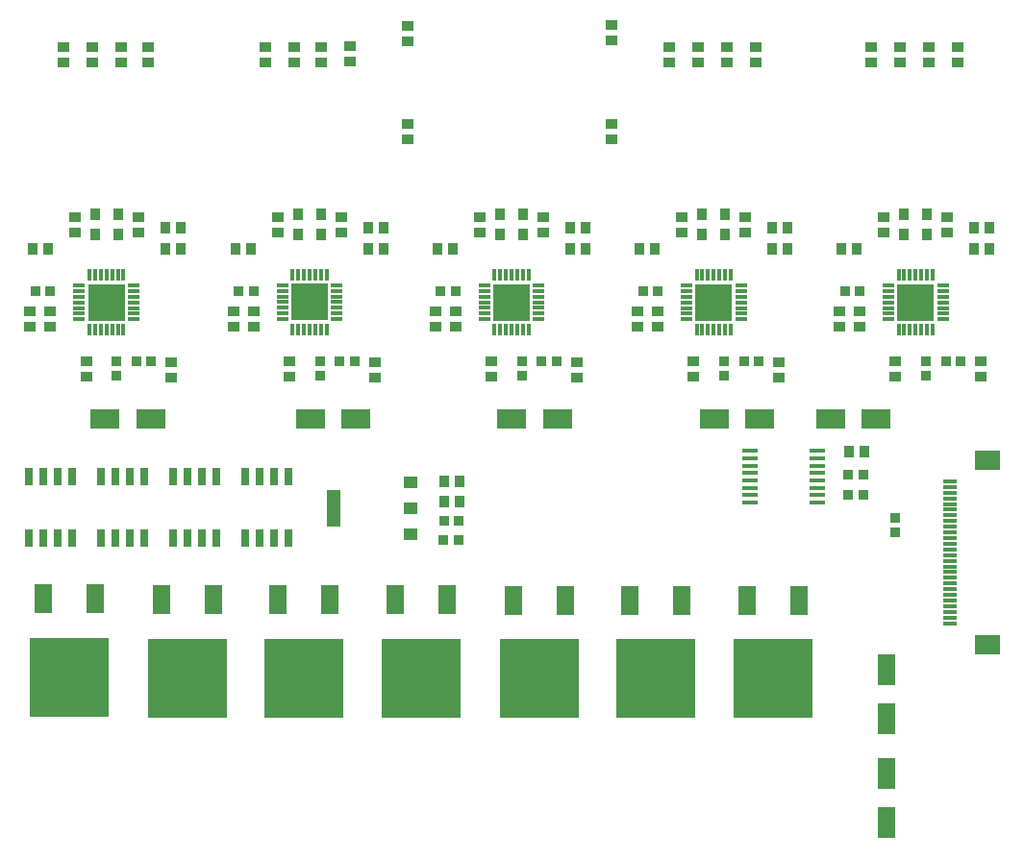
<source format=gtp>
G04*
G04 #@! TF.GenerationSoftware,Altium Limited,Altium Designer,23.3.1 (30)*
G04*
G04 Layer_Color=8421504*
%FSLAX25Y25*%
%MOIN*%
G70*
G04*
G04 #@! TF.SameCoordinates,D820F0C6-32BC-4761-972E-96396E6F3E69*
G04*
G04*
G04 #@! TF.FilePolarity,Positive*
G04*
G01*
G75*
%ADD15R,0.08661X0.07087*%
%ADD16R,0.05118X0.01181*%
%ADD17R,0.05807X0.01772*%
%ADD18R,0.03937X0.01181*%
%ADD19R,0.01181X0.03937*%
%ADD20R,0.12598X0.12598*%
%ADD21R,0.03347X0.03740*%
%ADD22R,0.03740X0.03347*%
%ADD23R,0.03543X0.03937*%
%ADD24R,0.03937X0.03543*%
%ADD25R,0.09843X0.06693*%
%ADD26R,0.04724X0.03937*%
%ADD27R,0.04724X0.12992*%
%ADD28R,0.05906X0.09843*%
%ADD29R,0.27559X0.27559*%
%ADD30R,0.02559X0.06004*%
%ADD31R,0.06299X0.11024*%
D15*
X593295Y281382D02*
D03*
Y217209D02*
D03*
D16*
X580500Y273902D02*
D03*
Y271933D02*
D03*
Y269965D02*
D03*
Y267996D02*
D03*
Y266028D02*
D03*
Y264059D02*
D03*
Y262091D02*
D03*
Y260122D02*
D03*
Y258154D02*
D03*
Y256185D02*
D03*
Y254217D02*
D03*
Y252248D02*
D03*
Y250279D02*
D03*
Y248311D02*
D03*
Y246342D02*
D03*
Y244374D02*
D03*
Y242406D02*
D03*
Y240437D02*
D03*
Y238469D02*
D03*
Y236500D02*
D03*
Y234531D02*
D03*
Y232563D02*
D03*
Y230594D02*
D03*
Y228626D02*
D03*
Y226658D02*
D03*
Y224689D02*
D03*
D17*
X534267Y284457D02*
D03*
Y281898D02*
D03*
Y279339D02*
D03*
Y276780D02*
D03*
Y274220D02*
D03*
Y271661D02*
D03*
Y269102D02*
D03*
Y266543D02*
D03*
X511133D02*
D03*
Y269102D02*
D03*
Y271661D02*
D03*
Y274220D02*
D03*
Y276780D02*
D03*
Y279339D02*
D03*
Y281898D02*
D03*
Y284457D02*
D03*
D18*
X278551Y341905D02*
D03*
Y339937D02*
D03*
Y337968D02*
D03*
Y336000D02*
D03*
Y334032D02*
D03*
Y332063D02*
D03*
Y330095D02*
D03*
X297449D02*
D03*
Y332063D02*
D03*
Y334032D02*
D03*
Y336000D02*
D03*
Y337968D02*
D03*
Y339937D02*
D03*
Y341905D02*
D03*
X577949D02*
D03*
Y339937D02*
D03*
Y337968D02*
D03*
Y336000D02*
D03*
Y334032D02*
D03*
Y332063D02*
D03*
Y330095D02*
D03*
X559051D02*
D03*
Y332063D02*
D03*
Y334032D02*
D03*
Y336000D02*
D03*
Y337968D02*
D03*
Y339937D02*
D03*
Y341905D02*
D03*
X507949D02*
D03*
Y339937D02*
D03*
Y337968D02*
D03*
Y336000D02*
D03*
Y334032D02*
D03*
Y332063D02*
D03*
Y330095D02*
D03*
X489051D02*
D03*
Y332063D02*
D03*
Y334032D02*
D03*
Y336000D02*
D03*
Y337968D02*
D03*
Y339937D02*
D03*
Y341905D02*
D03*
X437898Y341937D02*
D03*
Y339968D02*
D03*
Y338000D02*
D03*
Y336032D02*
D03*
Y334063D02*
D03*
Y332095D02*
D03*
Y330126D02*
D03*
X419000D02*
D03*
Y332095D02*
D03*
Y334063D02*
D03*
Y336032D02*
D03*
Y338000D02*
D03*
Y339968D02*
D03*
Y341937D02*
D03*
X367898Y341968D02*
D03*
Y340000D02*
D03*
Y338032D02*
D03*
Y336063D02*
D03*
Y334095D02*
D03*
Y332126D02*
D03*
Y330157D02*
D03*
X349000D02*
D03*
Y332126D02*
D03*
Y334095D02*
D03*
Y336063D02*
D03*
Y338032D02*
D03*
Y340000D02*
D03*
Y341968D02*
D03*
D19*
X282095Y326551D02*
D03*
X284063D02*
D03*
X286032D02*
D03*
X288000D02*
D03*
X289968D02*
D03*
X291937D02*
D03*
X293905D02*
D03*
Y345449D02*
D03*
X291937D02*
D03*
X289968D02*
D03*
X288000D02*
D03*
X286032D02*
D03*
X284063D02*
D03*
X282095D02*
D03*
X562595D02*
D03*
X564563D02*
D03*
X566532D02*
D03*
X568500D02*
D03*
X570469D02*
D03*
X572437D02*
D03*
X574405D02*
D03*
Y326551D02*
D03*
X572437D02*
D03*
X570469D02*
D03*
X568500D02*
D03*
X566532D02*
D03*
X564563D02*
D03*
X562595D02*
D03*
X492594Y345449D02*
D03*
X494563D02*
D03*
X496531D02*
D03*
X498500D02*
D03*
X500468D02*
D03*
X502437D02*
D03*
X504405D02*
D03*
Y326551D02*
D03*
X502437D02*
D03*
X500468D02*
D03*
X498500D02*
D03*
X496531D02*
D03*
X494563D02*
D03*
X492594D02*
D03*
X422543Y345480D02*
D03*
X424512D02*
D03*
X426480D02*
D03*
X428449D02*
D03*
X430417D02*
D03*
X432386D02*
D03*
X434354D02*
D03*
Y326583D02*
D03*
X432386D02*
D03*
X430417D02*
D03*
X428449D02*
D03*
X426480D02*
D03*
X424512D02*
D03*
X422543D02*
D03*
X352543Y345512D02*
D03*
X354512D02*
D03*
X356480D02*
D03*
X358449D02*
D03*
X360417D02*
D03*
X362386D02*
D03*
X364354D02*
D03*
Y326614D02*
D03*
X362386D02*
D03*
X360417D02*
D03*
X358449D02*
D03*
X356480D02*
D03*
X354512D02*
D03*
X352543D02*
D03*
D20*
X288000Y336000D02*
D03*
X358449Y336063D02*
D03*
X568500Y336000D02*
D03*
X498500D02*
D03*
X428449Y336032D02*
D03*
D21*
X303559Y315449D02*
D03*
X298441D02*
D03*
X268559Y339949D02*
D03*
X263441D02*
D03*
X543941Y339949D02*
D03*
X549059D02*
D03*
X578941Y315449D02*
D03*
X584059D02*
D03*
X508941D02*
D03*
X514059D02*
D03*
X473941Y339949D02*
D03*
X479059D02*
D03*
X444008Y315480D02*
D03*
X438890D02*
D03*
X403890Y339980D02*
D03*
X409008D02*
D03*
X368890Y315512D02*
D03*
X374008D02*
D03*
X333890Y340012D02*
D03*
X339008D02*
D03*
X545241Y276300D02*
D03*
X550359D02*
D03*
X545241Y269200D02*
D03*
X550359D02*
D03*
X410059Y260300D02*
D03*
X404941D02*
D03*
X410018Y253500D02*
D03*
X404900D02*
D03*
D22*
X291500Y310390D02*
D03*
Y315508D02*
D03*
X572000Y315508D02*
D03*
Y310390D02*
D03*
X502000Y315508D02*
D03*
Y310390D02*
D03*
X431949Y315539D02*
D03*
Y310421D02*
D03*
X361949Y315571D02*
D03*
Y310453D02*
D03*
X561500Y261218D02*
D03*
Y256100D02*
D03*
D23*
X292000Y359449D02*
D03*
Y366535D02*
D03*
X284000Y359449D02*
D03*
Y366535D02*
D03*
X262343Y354449D02*
D03*
X267657D02*
D03*
X313657D02*
D03*
X308343D02*
D03*
Y361949D02*
D03*
X313657D02*
D03*
X545442Y284100D02*
D03*
X550758D02*
D03*
X588842Y354449D02*
D03*
X594158D02*
D03*
Y361949D02*
D03*
X588842D02*
D03*
X548158Y354449D02*
D03*
X542842D02*
D03*
X564500Y366535D02*
D03*
Y359449D02*
D03*
X572500Y366535D02*
D03*
Y359449D02*
D03*
X518843Y354449D02*
D03*
X524157D02*
D03*
X502500Y366535D02*
D03*
Y359449D02*
D03*
X494500Y366535D02*
D03*
Y359449D02*
D03*
X478158Y354449D02*
D03*
X472843D02*
D03*
X524157Y361949D02*
D03*
X518843D02*
D03*
X432449Y366567D02*
D03*
Y359480D02*
D03*
X424449Y366567D02*
D03*
Y359480D02*
D03*
X408106Y354480D02*
D03*
X402791D02*
D03*
X448791D02*
D03*
X454106D02*
D03*
Y361980D02*
D03*
X448791D02*
D03*
X362449Y366598D02*
D03*
Y359512D02*
D03*
X354449Y366598D02*
D03*
Y359512D02*
D03*
X338106Y354512D02*
D03*
X332791D02*
D03*
X378791D02*
D03*
X384106D02*
D03*
Y362012D02*
D03*
X378791D02*
D03*
X410558Y273800D02*
D03*
X405242D02*
D03*
X410558Y267000D02*
D03*
X405242D02*
D03*
D24*
X281000Y310134D02*
D03*
Y315449D02*
D03*
X261500Y332949D02*
D03*
Y327634D02*
D03*
X268500Y332949D02*
D03*
Y327634D02*
D03*
X299000Y360134D02*
D03*
Y365449D02*
D03*
X277000Y360291D02*
D03*
Y365606D02*
D03*
X310500Y315158D02*
D03*
Y309842D02*
D03*
X549000Y327634D02*
D03*
Y332949D02*
D03*
X542000Y327634D02*
D03*
Y332949D02*
D03*
X557500Y365606D02*
D03*
Y360291D02*
D03*
X579500Y365449D02*
D03*
Y360134D02*
D03*
X591000Y315500D02*
D03*
Y310185D02*
D03*
X561500Y315449D02*
D03*
Y310134D02*
D03*
X479000Y327634D02*
D03*
Y332949D02*
D03*
X472000Y327634D02*
D03*
Y332949D02*
D03*
X491500Y315449D02*
D03*
Y310134D02*
D03*
X521000Y315315D02*
D03*
Y310000D02*
D03*
X509500Y365449D02*
D03*
Y360134D02*
D03*
X487500Y365606D02*
D03*
Y360291D02*
D03*
X421449Y315480D02*
D03*
Y310165D02*
D03*
X451000Y315315D02*
D03*
Y310000D02*
D03*
X401949Y327665D02*
D03*
Y332980D02*
D03*
X408949Y327665D02*
D03*
Y332980D02*
D03*
X439449Y365480D02*
D03*
Y360165D02*
D03*
X417449Y365638D02*
D03*
Y360323D02*
D03*
X347449Y365669D02*
D03*
Y360354D02*
D03*
X369449Y365512D02*
D03*
Y360197D02*
D03*
X351449Y315512D02*
D03*
Y310197D02*
D03*
X331949Y327697D02*
D03*
Y333012D02*
D03*
X338949Y327697D02*
D03*
Y333012D02*
D03*
X381000Y315315D02*
D03*
Y310000D02*
D03*
X293000Y424657D02*
D03*
Y419343D02*
D03*
X583000Y424657D02*
D03*
Y419343D02*
D03*
X573000Y424657D02*
D03*
Y419343D02*
D03*
X513000Y424657D02*
D03*
Y419343D02*
D03*
X503000Y424657D02*
D03*
Y419343D02*
D03*
X463000Y392685D02*
D03*
Y398000D02*
D03*
Y426842D02*
D03*
Y432158D02*
D03*
X372500Y424815D02*
D03*
Y419500D02*
D03*
X362500Y424657D02*
D03*
Y419343D02*
D03*
X302500Y424657D02*
D03*
Y419343D02*
D03*
X283000Y424657D02*
D03*
Y419343D02*
D03*
X553000Y424657D02*
D03*
Y419343D02*
D03*
X563000Y424657D02*
D03*
Y419343D02*
D03*
X483000Y424657D02*
D03*
Y419343D02*
D03*
X493000Y424657D02*
D03*
Y419343D02*
D03*
X392500Y392685D02*
D03*
Y398000D02*
D03*
Y426685D02*
D03*
Y432000D02*
D03*
X343000Y424657D02*
D03*
Y419343D02*
D03*
X353000Y424657D02*
D03*
Y419343D02*
D03*
X273000Y424657D02*
D03*
Y419343D02*
D03*
D25*
X303248Y295500D02*
D03*
X287500D02*
D03*
X444248D02*
D03*
X428500D02*
D03*
X539126D02*
D03*
X554874D02*
D03*
X374374D02*
D03*
X358626D02*
D03*
X514374D02*
D03*
X498626D02*
D03*
D26*
X393386Y255445D02*
D03*
Y264500D02*
D03*
Y273555D02*
D03*
D27*
X366614Y264500D02*
D03*
D28*
X406055Y232846D02*
D03*
X387945D02*
D03*
X447055Y232665D02*
D03*
X428945D02*
D03*
X325055Y232846D02*
D03*
X306945D02*
D03*
X365555D02*
D03*
X347445D02*
D03*
X284055Y233165D02*
D03*
X265945D02*
D03*
X487555Y232665D02*
D03*
X469445D02*
D03*
X528055D02*
D03*
X509945D02*
D03*
D29*
X397000Y205681D02*
D03*
X438000Y205500D02*
D03*
X316000Y205681D02*
D03*
X356500D02*
D03*
X275000Y206000D02*
D03*
X478500Y205500D02*
D03*
X519000D02*
D03*
D30*
X301000Y254323D02*
D03*
X296000D02*
D03*
X291000D02*
D03*
X286000D02*
D03*
Y275677D02*
D03*
X291000D02*
D03*
X296000D02*
D03*
X301000D02*
D03*
X326000Y254323D02*
D03*
X321000D02*
D03*
X316000D02*
D03*
X311000D02*
D03*
Y275677D02*
D03*
X316000D02*
D03*
X321000D02*
D03*
X326000D02*
D03*
X351000Y254323D02*
D03*
X346000D02*
D03*
X341000D02*
D03*
X336000D02*
D03*
Y275677D02*
D03*
X341000D02*
D03*
X346000D02*
D03*
X351000D02*
D03*
X276000Y254323D02*
D03*
X271000D02*
D03*
X266000D02*
D03*
X261000D02*
D03*
Y275677D02*
D03*
X266000D02*
D03*
X271000D02*
D03*
X276000D02*
D03*
D31*
X558500Y208465D02*
D03*
Y191535D02*
D03*
Y172429D02*
D03*
Y155500D02*
D03*
M02*

</source>
